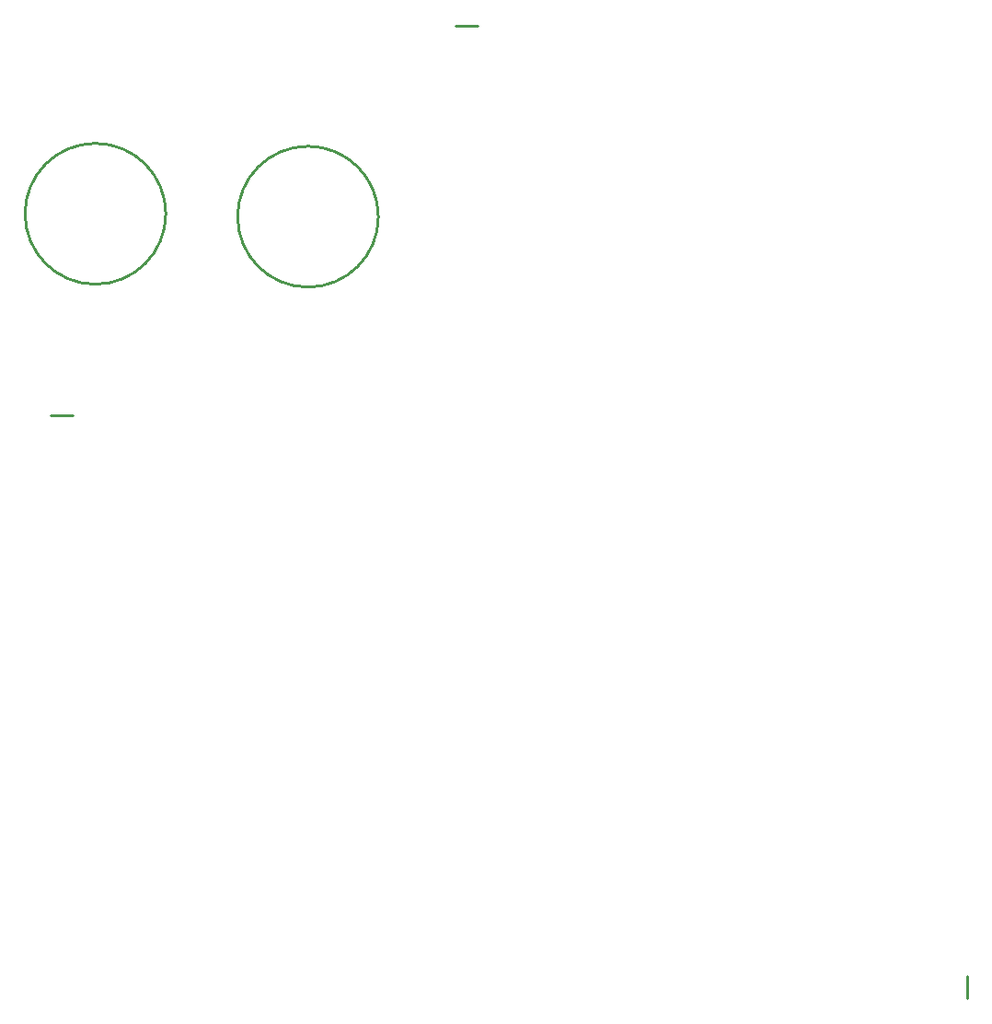
<source format=gbr>
%TF.GenerationSoftware,Altium Limited,Altium Designer,18.1.9 (240)*%
G04 Layer_Color=16711935*
%FSLAX26Y26*%
%MOIN*%
%TF.FileFunction,Other,Mechanical_1*%
%TF.Part,Single*%
G01*
G75*
%TA.AperFunction,NonConductor*%
%ADD72C,0.009842*%
%ADD76C,0.010000*%
G36*
X8416000Y4934567D02*
D01*
D02*
G37*
G36*
X9186000Y4924134D02*
D01*
D02*
G37*
D72*
X8317165Y4165000D02*
X8397165D01*
X9785000Y5575000D02*
X9865000D01*
X11639724Y2055000D02*
Y2135000D01*
D76*
X8736000Y4894567D02*
G03*
X8736000Y4894567I-255000J0D01*
G01*
X9506000Y4884134D02*
G03*
X9506000Y4884134I-255000J0D01*
G01*
%TF.MD5,132b6cdc3de45aa0d98b589a515ddd02*%
M02*

</source>
